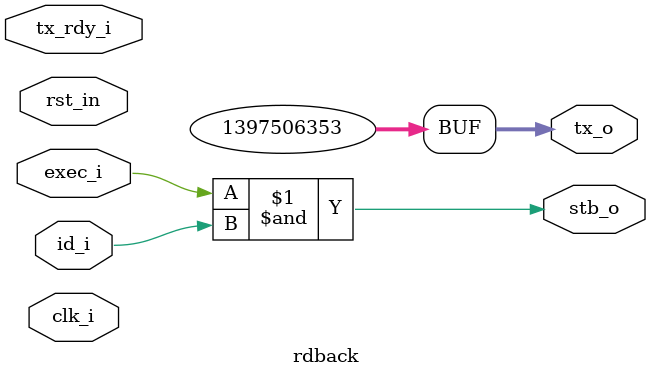
<source format=sv>
/* Copyright (C) 2021-2022 Meinhard Kissich
 * Copyright (C) 2021-2022 Klaus Weinbauer
 *
 * This program is free software: you can redistribute it and/or modify
 * it under the terms of the GNU General Public License as published by
 * the Free Software Foundation, either version 3 of the License, or
 * (at your option) any later version.
 *
 * This program is distributed in the hope that it will be useful,
 * but WITHOUT ANY WARRANTY; without even the implied warranty of
 * MERCHANTABILITY or FITNESS FOR A PARTICULAR PURPOSE.  See the
 * GNU General Public License for more details.
 *
 * You should have received a copy of the GNU General Public License
 * along with this program.  If not, see <https://www.gnu.org/licenses/>.
 *
 * file: rdback.sv
 * usage:
 *
 * Without OLS extensions, the readback only provides the device's ID.
 * When OLS instructions are supported, the client can read back parameters
 * that span over multiple words. As the read-back and the transmission of 
 * samples are disjunct phases, the FSMs are split (ctrl vs. rdback).
 */

`default_nettype wire
`timescale 1ns/1ps

module rdback (
  // General            
  input  logic                  clk_i,      //! system clock 
  input  logic                  rst_in,     //! system reset, low active
  input  logic                  exec_i,     //! execute command
  input  logic                  tx_rdy_i,   //! transceiver is ready
  // Select readback data
  input  logic                  id_i,       //! flag to read back id
  //input  logic                  rd_meta_i   // Not yet used
  output logic [31:0]           tx_o,       //! transmit data output
  output logic                  stb_o       //! strobe transmit 
);

// Most of the control signals can be ignored until OLS
// instructions are supported.
assign tx_o   = "SLA1";
assign stb_o  = exec_i & id_i;

endmodule
</source>
